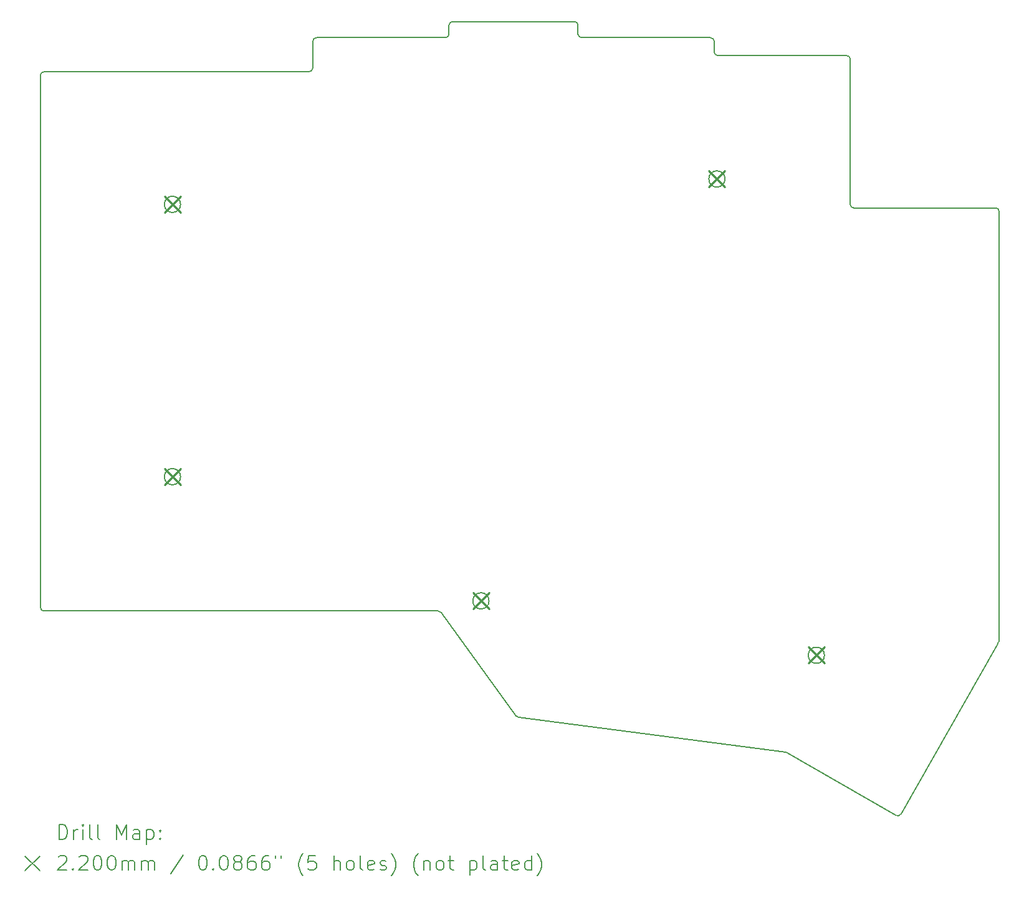
<source format=gbr>
%TF.GenerationSoftware,KiCad,Pcbnew,8.0.8+1*%
%TF.CreationDate,2025-03-02T13:34:37+00:00*%
%TF.ProjectId,backplate,6261636b-706c-4617-9465-2e6b69636164,0.2*%
%TF.SameCoordinates,Original*%
%TF.FileFunction,Drillmap*%
%TF.FilePolarity,Positive*%
%FSLAX45Y45*%
G04 Gerber Fmt 4.5, Leading zero omitted, Abs format (unit mm)*
G04 Created by KiCad (PCBNEW 8.0.8+1) date 2025-03-02 13:34:37*
%MOMM*%
%LPD*%
G01*
G04 APERTURE LIST*
%ADD10C,0.150000*%
%ADD11C,0.200000*%
%ADD12C,0.220000*%
G04 APERTURE END LIST*
D10*
X9131699Y-10849749D02*
X9131501Y-3622750D01*
X9181500Y-3572749D02*
X12781501Y-3572651D01*
X12831500Y-3522651D02*
X12831500Y-3160250D01*
X12881500Y-3110250D02*
X14631500Y-3110250D01*
X14681500Y-3060250D02*
X14681500Y-2940950D01*
X14731500Y-2890950D02*
X16384300Y-2890950D01*
X16434300Y-2940950D02*
X16434300Y-3060250D01*
X16484300Y-3110250D02*
X18234300Y-3110250D01*
X18284300Y-3160250D02*
X18284300Y-3303304D01*
X18334296Y-3353304D02*
X20084244Y-3353446D01*
X20134240Y-3403506D02*
X20131861Y-5372690D01*
X22125300Y-11363410D02*
X20821272Y-13657791D01*
X20752803Y-13676386D02*
X19277748Y-12824763D01*
X19259239Y-12818488D02*
X15625859Y-12342796D01*
X15591861Y-12322556D02*
X14575723Y-10920164D01*
X14535232Y-10899501D02*
X9181701Y-10899748D01*
X20181860Y-5422750D02*
X22106800Y-5422750D01*
X22156800Y-5472750D02*
X22156800Y-11295452D01*
X22150101Y-11320452D02*
X22125300Y-11363410D01*
X9131501Y-3622750D02*
G75*
G02*
X9181500Y-3572751I49999J0D01*
G01*
X12831500Y-3522651D02*
G75*
G02*
X12781501Y-3572650I-50000J1D01*
G01*
X12831500Y-3160250D02*
G75*
G02*
X12881500Y-3110250I50000J0D01*
G01*
X14681500Y-3060250D02*
G75*
G02*
X14631500Y-3110250I-50000J0D01*
G01*
X14681500Y-2940950D02*
G75*
G02*
X14731500Y-2890950I50000J0D01*
G01*
X16384300Y-2890950D02*
G75*
G02*
X16434300Y-2940950I0J-50000D01*
G01*
X16484300Y-3110250D02*
G75*
G02*
X16434300Y-3060250I0J50000D01*
G01*
X18234300Y-3110250D02*
G75*
G02*
X18284300Y-3160250I0J-50000D01*
G01*
X18334296Y-3353304D02*
G75*
G02*
X18284296Y-3303304I4J50004D01*
G01*
X20084244Y-3353446D02*
G75*
G02*
X20134244Y-3403506I-4J-50004D01*
G01*
X20181860Y-5422750D02*
G75*
G02*
X20131860Y-5372690I0J50000D01*
G01*
X22106800Y-5422750D02*
G75*
G02*
X22156800Y-5472750I0J-50000D01*
G01*
X22156800Y-11295452D02*
G75*
G02*
X22150100Y-11320452I-50000J3D01*
G01*
X20821272Y-13657791D02*
G75*
G02*
X20752802Y-13676388I-43472J24711D01*
G01*
X19259239Y-12818488D02*
G75*
G02*
X19277749Y-12824762I-6489J-49582D01*
G01*
X15625859Y-12342796D02*
G75*
G02*
X15591861Y-12322556I6491J49576D01*
G01*
X14535232Y-10899501D02*
G75*
G02*
X14575720Y-10920166I-2J-49999D01*
G01*
X9181701Y-10899748D02*
G75*
G02*
X9131702Y-10849749I-1J49998D01*
G01*
X11035000Y-5375000D02*
G75*
G02*
X10815000Y-5375000I-110000J0D01*
G01*
X10815000Y-5375000D02*
G75*
G02*
X11035000Y-5375000I110000J0D01*
G01*
X11035000Y-9075000D02*
G75*
G02*
X10815000Y-9075000I-110000J0D01*
G01*
X10815000Y-9075000D02*
G75*
G02*
X11035000Y-9075000I110000J0D01*
G01*
X18431800Y-5029850D02*
G75*
G02*
X18211800Y-5029850I-110000J0D01*
G01*
X18211800Y-5029850D02*
G75*
G02*
X18431800Y-5029850I110000J0D01*
G01*
X15225700Y-10761500D02*
G75*
G02*
X15005700Y-10761500I-110000J0D01*
G01*
X15005700Y-10761500D02*
G75*
G02*
X15225700Y-10761500I110000J0D01*
G01*
X19782460Y-11500675D02*
G75*
G02*
X19562460Y-11500675I-110000J0D01*
G01*
X19562460Y-11500675D02*
G75*
G02*
X19782460Y-11500675I110000J0D01*
G01*
D11*
D12*
X10815000Y-5265000D02*
X11035000Y-5485000D01*
X11035000Y-5265000D02*
X10815000Y-5485000D01*
X10815000Y-8965000D02*
X11035000Y-9185000D01*
X11035000Y-8965000D02*
X10815000Y-9185000D01*
X15005700Y-10651500D02*
X15225700Y-10871500D01*
X15225700Y-10651500D02*
X15005700Y-10871500D01*
X18211800Y-4919850D02*
X18431800Y-5139850D01*
X18431800Y-4919850D02*
X18211800Y-5139850D01*
X19562460Y-11390675D02*
X19782460Y-11610675D01*
X19782460Y-11390675D02*
X19562460Y-11610675D01*
D11*
X9384778Y-14002069D02*
X9384778Y-13802069D01*
X9384778Y-13802069D02*
X9432397Y-13802069D01*
X9432397Y-13802069D02*
X9460969Y-13811592D01*
X9460969Y-13811592D02*
X9480016Y-13830640D01*
X9480016Y-13830640D02*
X9489540Y-13849688D01*
X9489540Y-13849688D02*
X9499064Y-13887783D01*
X9499064Y-13887783D02*
X9499064Y-13916354D01*
X9499064Y-13916354D02*
X9489540Y-13954449D01*
X9489540Y-13954449D02*
X9480016Y-13973497D01*
X9480016Y-13973497D02*
X9460969Y-13992545D01*
X9460969Y-13992545D02*
X9432397Y-14002069D01*
X9432397Y-14002069D02*
X9384778Y-14002069D01*
X9584778Y-14002069D02*
X9584778Y-13868735D01*
X9584778Y-13906830D02*
X9594302Y-13887783D01*
X9594302Y-13887783D02*
X9603826Y-13878259D01*
X9603826Y-13878259D02*
X9622873Y-13868735D01*
X9622873Y-13868735D02*
X9641921Y-13868735D01*
X9708588Y-14002069D02*
X9708588Y-13868735D01*
X9708588Y-13802069D02*
X9699064Y-13811592D01*
X9699064Y-13811592D02*
X9708588Y-13821116D01*
X9708588Y-13821116D02*
X9718112Y-13811592D01*
X9718112Y-13811592D02*
X9708588Y-13802069D01*
X9708588Y-13802069D02*
X9708588Y-13821116D01*
X9832397Y-14002069D02*
X9813350Y-13992545D01*
X9813350Y-13992545D02*
X9803826Y-13973497D01*
X9803826Y-13973497D02*
X9803826Y-13802069D01*
X9937159Y-14002069D02*
X9918112Y-13992545D01*
X9918112Y-13992545D02*
X9908588Y-13973497D01*
X9908588Y-13973497D02*
X9908588Y-13802069D01*
X10165731Y-14002069D02*
X10165731Y-13802069D01*
X10165731Y-13802069D02*
X10232397Y-13944926D01*
X10232397Y-13944926D02*
X10299064Y-13802069D01*
X10299064Y-13802069D02*
X10299064Y-14002069D01*
X10480016Y-14002069D02*
X10480016Y-13897307D01*
X10480016Y-13897307D02*
X10470493Y-13878259D01*
X10470493Y-13878259D02*
X10451445Y-13868735D01*
X10451445Y-13868735D02*
X10413350Y-13868735D01*
X10413350Y-13868735D02*
X10394302Y-13878259D01*
X10480016Y-13992545D02*
X10460969Y-14002069D01*
X10460969Y-14002069D02*
X10413350Y-14002069D01*
X10413350Y-14002069D02*
X10394302Y-13992545D01*
X10394302Y-13992545D02*
X10384778Y-13973497D01*
X10384778Y-13973497D02*
X10384778Y-13954449D01*
X10384778Y-13954449D02*
X10394302Y-13935402D01*
X10394302Y-13935402D02*
X10413350Y-13925878D01*
X10413350Y-13925878D02*
X10460969Y-13925878D01*
X10460969Y-13925878D02*
X10480016Y-13916354D01*
X10575254Y-13868735D02*
X10575254Y-14068735D01*
X10575254Y-13878259D02*
X10594302Y-13868735D01*
X10594302Y-13868735D02*
X10632397Y-13868735D01*
X10632397Y-13868735D02*
X10651445Y-13878259D01*
X10651445Y-13878259D02*
X10660969Y-13887783D01*
X10660969Y-13887783D02*
X10670493Y-13906830D01*
X10670493Y-13906830D02*
X10670493Y-13963973D01*
X10670493Y-13963973D02*
X10660969Y-13983021D01*
X10660969Y-13983021D02*
X10651445Y-13992545D01*
X10651445Y-13992545D02*
X10632397Y-14002069D01*
X10632397Y-14002069D02*
X10594302Y-14002069D01*
X10594302Y-14002069D02*
X10575254Y-13992545D01*
X10756207Y-13983021D02*
X10765731Y-13992545D01*
X10765731Y-13992545D02*
X10756207Y-14002069D01*
X10756207Y-14002069D02*
X10746683Y-13992545D01*
X10746683Y-13992545D02*
X10756207Y-13983021D01*
X10756207Y-13983021D02*
X10756207Y-14002069D01*
X10756207Y-13878259D02*
X10765731Y-13887783D01*
X10765731Y-13887783D02*
X10756207Y-13897307D01*
X10756207Y-13897307D02*
X10746683Y-13887783D01*
X10746683Y-13887783D02*
X10756207Y-13878259D01*
X10756207Y-13878259D02*
X10756207Y-13897307D01*
X8924001Y-14230585D02*
X9124001Y-14430585D01*
X9124001Y-14230585D02*
X8924001Y-14430585D01*
X9375254Y-14241116D02*
X9384778Y-14231592D01*
X9384778Y-14231592D02*
X9403826Y-14222069D01*
X9403826Y-14222069D02*
X9451445Y-14222069D01*
X9451445Y-14222069D02*
X9470493Y-14231592D01*
X9470493Y-14231592D02*
X9480016Y-14241116D01*
X9480016Y-14241116D02*
X9489540Y-14260164D01*
X9489540Y-14260164D02*
X9489540Y-14279211D01*
X9489540Y-14279211D02*
X9480016Y-14307783D01*
X9480016Y-14307783D02*
X9365731Y-14422069D01*
X9365731Y-14422069D02*
X9489540Y-14422069D01*
X9575254Y-14403021D02*
X9584778Y-14412545D01*
X9584778Y-14412545D02*
X9575254Y-14422069D01*
X9575254Y-14422069D02*
X9565731Y-14412545D01*
X9565731Y-14412545D02*
X9575254Y-14403021D01*
X9575254Y-14403021D02*
X9575254Y-14422069D01*
X9660969Y-14241116D02*
X9670493Y-14231592D01*
X9670493Y-14231592D02*
X9689540Y-14222069D01*
X9689540Y-14222069D02*
X9737159Y-14222069D01*
X9737159Y-14222069D02*
X9756207Y-14231592D01*
X9756207Y-14231592D02*
X9765731Y-14241116D01*
X9765731Y-14241116D02*
X9775254Y-14260164D01*
X9775254Y-14260164D02*
X9775254Y-14279211D01*
X9775254Y-14279211D02*
X9765731Y-14307783D01*
X9765731Y-14307783D02*
X9651445Y-14422069D01*
X9651445Y-14422069D02*
X9775254Y-14422069D01*
X9899064Y-14222069D02*
X9918112Y-14222069D01*
X9918112Y-14222069D02*
X9937159Y-14231592D01*
X9937159Y-14231592D02*
X9946683Y-14241116D01*
X9946683Y-14241116D02*
X9956207Y-14260164D01*
X9956207Y-14260164D02*
X9965731Y-14298259D01*
X9965731Y-14298259D02*
X9965731Y-14345878D01*
X9965731Y-14345878D02*
X9956207Y-14383973D01*
X9956207Y-14383973D02*
X9946683Y-14403021D01*
X9946683Y-14403021D02*
X9937159Y-14412545D01*
X9937159Y-14412545D02*
X9918112Y-14422069D01*
X9918112Y-14422069D02*
X9899064Y-14422069D01*
X9899064Y-14422069D02*
X9880016Y-14412545D01*
X9880016Y-14412545D02*
X9870493Y-14403021D01*
X9870493Y-14403021D02*
X9860969Y-14383973D01*
X9860969Y-14383973D02*
X9851445Y-14345878D01*
X9851445Y-14345878D02*
X9851445Y-14298259D01*
X9851445Y-14298259D02*
X9860969Y-14260164D01*
X9860969Y-14260164D02*
X9870493Y-14241116D01*
X9870493Y-14241116D02*
X9880016Y-14231592D01*
X9880016Y-14231592D02*
X9899064Y-14222069D01*
X10089540Y-14222069D02*
X10108588Y-14222069D01*
X10108588Y-14222069D02*
X10127635Y-14231592D01*
X10127635Y-14231592D02*
X10137159Y-14241116D01*
X10137159Y-14241116D02*
X10146683Y-14260164D01*
X10146683Y-14260164D02*
X10156207Y-14298259D01*
X10156207Y-14298259D02*
X10156207Y-14345878D01*
X10156207Y-14345878D02*
X10146683Y-14383973D01*
X10146683Y-14383973D02*
X10137159Y-14403021D01*
X10137159Y-14403021D02*
X10127635Y-14412545D01*
X10127635Y-14412545D02*
X10108588Y-14422069D01*
X10108588Y-14422069D02*
X10089540Y-14422069D01*
X10089540Y-14422069D02*
X10070493Y-14412545D01*
X10070493Y-14412545D02*
X10060969Y-14403021D01*
X10060969Y-14403021D02*
X10051445Y-14383973D01*
X10051445Y-14383973D02*
X10041921Y-14345878D01*
X10041921Y-14345878D02*
X10041921Y-14298259D01*
X10041921Y-14298259D02*
X10051445Y-14260164D01*
X10051445Y-14260164D02*
X10060969Y-14241116D01*
X10060969Y-14241116D02*
X10070493Y-14231592D01*
X10070493Y-14231592D02*
X10089540Y-14222069D01*
X10241921Y-14422069D02*
X10241921Y-14288735D01*
X10241921Y-14307783D02*
X10251445Y-14298259D01*
X10251445Y-14298259D02*
X10270493Y-14288735D01*
X10270493Y-14288735D02*
X10299064Y-14288735D01*
X10299064Y-14288735D02*
X10318112Y-14298259D01*
X10318112Y-14298259D02*
X10327635Y-14317307D01*
X10327635Y-14317307D02*
X10327635Y-14422069D01*
X10327635Y-14317307D02*
X10337159Y-14298259D01*
X10337159Y-14298259D02*
X10356207Y-14288735D01*
X10356207Y-14288735D02*
X10384778Y-14288735D01*
X10384778Y-14288735D02*
X10403826Y-14298259D01*
X10403826Y-14298259D02*
X10413350Y-14317307D01*
X10413350Y-14317307D02*
X10413350Y-14422069D01*
X10508588Y-14422069D02*
X10508588Y-14288735D01*
X10508588Y-14307783D02*
X10518112Y-14298259D01*
X10518112Y-14298259D02*
X10537159Y-14288735D01*
X10537159Y-14288735D02*
X10565731Y-14288735D01*
X10565731Y-14288735D02*
X10584778Y-14298259D01*
X10584778Y-14298259D02*
X10594302Y-14317307D01*
X10594302Y-14317307D02*
X10594302Y-14422069D01*
X10594302Y-14317307D02*
X10603826Y-14298259D01*
X10603826Y-14298259D02*
X10622874Y-14288735D01*
X10622874Y-14288735D02*
X10651445Y-14288735D01*
X10651445Y-14288735D02*
X10670493Y-14298259D01*
X10670493Y-14298259D02*
X10680016Y-14317307D01*
X10680016Y-14317307D02*
X10680016Y-14422069D01*
X11070493Y-14212545D02*
X10899064Y-14469688D01*
X11327635Y-14222069D02*
X11346683Y-14222069D01*
X11346683Y-14222069D02*
X11365731Y-14231592D01*
X11365731Y-14231592D02*
X11375255Y-14241116D01*
X11375255Y-14241116D02*
X11384778Y-14260164D01*
X11384778Y-14260164D02*
X11394302Y-14298259D01*
X11394302Y-14298259D02*
X11394302Y-14345878D01*
X11394302Y-14345878D02*
X11384778Y-14383973D01*
X11384778Y-14383973D02*
X11375255Y-14403021D01*
X11375255Y-14403021D02*
X11365731Y-14412545D01*
X11365731Y-14412545D02*
X11346683Y-14422069D01*
X11346683Y-14422069D02*
X11327635Y-14422069D01*
X11327635Y-14422069D02*
X11308588Y-14412545D01*
X11308588Y-14412545D02*
X11299064Y-14403021D01*
X11299064Y-14403021D02*
X11289540Y-14383973D01*
X11289540Y-14383973D02*
X11280016Y-14345878D01*
X11280016Y-14345878D02*
X11280016Y-14298259D01*
X11280016Y-14298259D02*
X11289540Y-14260164D01*
X11289540Y-14260164D02*
X11299064Y-14241116D01*
X11299064Y-14241116D02*
X11308588Y-14231592D01*
X11308588Y-14231592D02*
X11327635Y-14222069D01*
X11480016Y-14403021D02*
X11489540Y-14412545D01*
X11489540Y-14412545D02*
X11480016Y-14422069D01*
X11480016Y-14422069D02*
X11470493Y-14412545D01*
X11470493Y-14412545D02*
X11480016Y-14403021D01*
X11480016Y-14403021D02*
X11480016Y-14422069D01*
X11613350Y-14222069D02*
X11632397Y-14222069D01*
X11632397Y-14222069D02*
X11651445Y-14231592D01*
X11651445Y-14231592D02*
X11660969Y-14241116D01*
X11660969Y-14241116D02*
X11670493Y-14260164D01*
X11670493Y-14260164D02*
X11680016Y-14298259D01*
X11680016Y-14298259D02*
X11680016Y-14345878D01*
X11680016Y-14345878D02*
X11670493Y-14383973D01*
X11670493Y-14383973D02*
X11660969Y-14403021D01*
X11660969Y-14403021D02*
X11651445Y-14412545D01*
X11651445Y-14412545D02*
X11632397Y-14422069D01*
X11632397Y-14422069D02*
X11613350Y-14422069D01*
X11613350Y-14422069D02*
X11594302Y-14412545D01*
X11594302Y-14412545D02*
X11584778Y-14403021D01*
X11584778Y-14403021D02*
X11575255Y-14383973D01*
X11575255Y-14383973D02*
X11565731Y-14345878D01*
X11565731Y-14345878D02*
X11565731Y-14298259D01*
X11565731Y-14298259D02*
X11575255Y-14260164D01*
X11575255Y-14260164D02*
X11584778Y-14241116D01*
X11584778Y-14241116D02*
X11594302Y-14231592D01*
X11594302Y-14231592D02*
X11613350Y-14222069D01*
X11794302Y-14307783D02*
X11775255Y-14298259D01*
X11775255Y-14298259D02*
X11765731Y-14288735D01*
X11765731Y-14288735D02*
X11756207Y-14269688D01*
X11756207Y-14269688D02*
X11756207Y-14260164D01*
X11756207Y-14260164D02*
X11765731Y-14241116D01*
X11765731Y-14241116D02*
X11775255Y-14231592D01*
X11775255Y-14231592D02*
X11794302Y-14222069D01*
X11794302Y-14222069D02*
X11832397Y-14222069D01*
X11832397Y-14222069D02*
X11851445Y-14231592D01*
X11851445Y-14231592D02*
X11860969Y-14241116D01*
X11860969Y-14241116D02*
X11870493Y-14260164D01*
X11870493Y-14260164D02*
X11870493Y-14269688D01*
X11870493Y-14269688D02*
X11860969Y-14288735D01*
X11860969Y-14288735D02*
X11851445Y-14298259D01*
X11851445Y-14298259D02*
X11832397Y-14307783D01*
X11832397Y-14307783D02*
X11794302Y-14307783D01*
X11794302Y-14307783D02*
X11775255Y-14317307D01*
X11775255Y-14317307D02*
X11765731Y-14326830D01*
X11765731Y-14326830D02*
X11756207Y-14345878D01*
X11756207Y-14345878D02*
X11756207Y-14383973D01*
X11756207Y-14383973D02*
X11765731Y-14403021D01*
X11765731Y-14403021D02*
X11775255Y-14412545D01*
X11775255Y-14412545D02*
X11794302Y-14422069D01*
X11794302Y-14422069D02*
X11832397Y-14422069D01*
X11832397Y-14422069D02*
X11851445Y-14412545D01*
X11851445Y-14412545D02*
X11860969Y-14403021D01*
X11860969Y-14403021D02*
X11870493Y-14383973D01*
X11870493Y-14383973D02*
X11870493Y-14345878D01*
X11870493Y-14345878D02*
X11860969Y-14326830D01*
X11860969Y-14326830D02*
X11851445Y-14317307D01*
X11851445Y-14317307D02*
X11832397Y-14307783D01*
X12041921Y-14222069D02*
X12003826Y-14222069D01*
X12003826Y-14222069D02*
X11984778Y-14231592D01*
X11984778Y-14231592D02*
X11975255Y-14241116D01*
X11975255Y-14241116D02*
X11956207Y-14269688D01*
X11956207Y-14269688D02*
X11946683Y-14307783D01*
X11946683Y-14307783D02*
X11946683Y-14383973D01*
X11946683Y-14383973D02*
X11956207Y-14403021D01*
X11956207Y-14403021D02*
X11965731Y-14412545D01*
X11965731Y-14412545D02*
X11984778Y-14422069D01*
X11984778Y-14422069D02*
X12022874Y-14422069D01*
X12022874Y-14422069D02*
X12041921Y-14412545D01*
X12041921Y-14412545D02*
X12051445Y-14403021D01*
X12051445Y-14403021D02*
X12060969Y-14383973D01*
X12060969Y-14383973D02*
X12060969Y-14336354D01*
X12060969Y-14336354D02*
X12051445Y-14317307D01*
X12051445Y-14317307D02*
X12041921Y-14307783D01*
X12041921Y-14307783D02*
X12022874Y-14298259D01*
X12022874Y-14298259D02*
X11984778Y-14298259D01*
X11984778Y-14298259D02*
X11965731Y-14307783D01*
X11965731Y-14307783D02*
X11956207Y-14317307D01*
X11956207Y-14317307D02*
X11946683Y-14336354D01*
X12232397Y-14222069D02*
X12194302Y-14222069D01*
X12194302Y-14222069D02*
X12175255Y-14231592D01*
X12175255Y-14231592D02*
X12165731Y-14241116D01*
X12165731Y-14241116D02*
X12146683Y-14269688D01*
X12146683Y-14269688D02*
X12137159Y-14307783D01*
X12137159Y-14307783D02*
X12137159Y-14383973D01*
X12137159Y-14383973D02*
X12146683Y-14403021D01*
X12146683Y-14403021D02*
X12156207Y-14412545D01*
X12156207Y-14412545D02*
X12175255Y-14422069D01*
X12175255Y-14422069D02*
X12213350Y-14422069D01*
X12213350Y-14422069D02*
X12232397Y-14412545D01*
X12232397Y-14412545D02*
X12241921Y-14403021D01*
X12241921Y-14403021D02*
X12251445Y-14383973D01*
X12251445Y-14383973D02*
X12251445Y-14336354D01*
X12251445Y-14336354D02*
X12241921Y-14317307D01*
X12241921Y-14317307D02*
X12232397Y-14307783D01*
X12232397Y-14307783D02*
X12213350Y-14298259D01*
X12213350Y-14298259D02*
X12175255Y-14298259D01*
X12175255Y-14298259D02*
X12156207Y-14307783D01*
X12156207Y-14307783D02*
X12146683Y-14317307D01*
X12146683Y-14317307D02*
X12137159Y-14336354D01*
X12327636Y-14222069D02*
X12327636Y-14260164D01*
X12403826Y-14222069D02*
X12403826Y-14260164D01*
X12699064Y-14498259D02*
X12689540Y-14488735D01*
X12689540Y-14488735D02*
X12670493Y-14460164D01*
X12670493Y-14460164D02*
X12660969Y-14441116D01*
X12660969Y-14441116D02*
X12651445Y-14412545D01*
X12651445Y-14412545D02*
X12641921Y-14364926D01*
X12641921Y-14364926D02*
X12641921Y-14326830D01*
X12641921Y-14326830D02*
X12651445Y-14279211D01*
X12651445Y-14279211D02*
X12660969Y-14250640D01*
X12660969Y-14250640D02*
X12670493Y-14231592D01*
X12670493Y-14231592D02*
X12689540Y-14203021D01*
X12689540Y-14203021D02*
X12699064Y-14193497D01*
X12870493Y-14222069D02*
X12775255Y-14222069D01*
X12775255Y-14222069D02*
X12765731Y-14317307D01*
X12765731Y-14317307D02*
X12775255Y-14307783D01*
X12775255Y-14307783D02*
X12794302Y-14298259D01*
X12794302Y-14298259D02*
X12841921Y-14298259D01*
X12841921Y-14298259D02*
X12860969Y-14307783D01*
X12860969Y-14307783D02*
X12870493Y-14317307D01*
X12870493Y-14317307D02*
X12880017Y-14336354D01*
X12880017Y-14336354D02*
X12880017Y-14383973D01*
X12880017Y-14383973D02*
X12870493Y-14403021D01*
X12870493Y-14403021D02*
X12860969Y-14412545D01*
X12860969Y-14412545D02*
X12841921Y-14422069D01*
X12841921Y-14422069D02*
X12794302Y-14422069D01*
X12794302Y-14422069D02*
X12775255Y-14412545D01*
X12775255Y-14412545D02*
X12765731Y-14403021D01*
X13118112Y-14422069D02*
X13118112Y-14222069D01*
X13203826Y-14422069D02*
X13203826Y-14317307D01*
X13203826Y-14317307D02*
X13194302Y-14298259D01*
X13194302Y-14298259D02*
X13175255Y-14288735D01*
X13175255Y-14288735D02*
X13146683Y-14288735D01*
X13146683Y-14288735D02*
X13127636Y-14298259D01*
X13127636Y-14298259D02*
X13118112Y-14307783D01*
X13327636Y-14422069D02*
X13308588Y-14412545D01*
X13308588Y-14412545D02*
X13299064Y-14403021D01*
X13299064Y-14403021D02*
X13289540Y-14383973D01*
X13289540Y-14383973D02*
X13289540Y-14326830D01*
X13289540Y-14326830D02*
X13299064Y-14307783D01*
X13299064Y-14307783D02*
X13308588Y-14298259D01*
X13308588Y-14298259D02*
X13327636Y-14288735D01*
X13327636Y-14288735D02*
X13356207Y-14288735D01*
X13356207Y-14288735D02*
X13375255Y-14298259D01*
X13375255Y-14298259D02*
X13384779Y-14307783D01*
X13384779Y-14307783D02*
X13394302Y-14326830D01*
X13394302Y-14326830D02*
X13394302Y-14383973D01*
X13394302Y-14383973D02*
X13384779Y-14403021D01*
X13384779Y-14403021D02*
X13375255Y-14412545D01*
X13375255Y-14412545D02*
X13356207Y-14422069D01*
X13356207Y-14422069D02*
X13327636Y-14422069D01*
X13508588Y-14422069D02*
X13489540Y-14412545D01*
X13489540Y-14412545D02*
X13480017Y-14393497D01*
X13480017Y-14393497D02*
X13480017Y-14222069D01*
X13660969Y-14412545D02*
X13641921Y-14422069D01*
X13641921Y-14422069D02*
X13603826Y-14422069D01*
X13603826Y-14422069D02*
X13584779Y-14412545D01*
X13584779Y-14412545D02*
X13575255Y-14393497D01*
X13575255Y-14393497D02*
X13575255Y-14317307D01*
X13575255Y-14317307D02*
X13584779Y-14298259D01*
X13584779Y-14298259D02*
X13603826Y-14288735D01*
X13603826Y-14288735D02*
X13641921Y-14288735D01*
X13641921Y-14288735D02*
X13660969Y-14298259D01*
X13660969Y-14298259D02*
X13670493Y-14317307D01*
X13670493Y-14317307D02*
X13670493Y-14336354D01*
X13670493Y-14336354D02*
X13575255Y-14355402D01*
X13746683Y-14412545D02*
X13765731Y-14422069D01*
X13765731Y-14422069D02*
X13803826Y-14422069D01*
X13803826Y-14422069D02*
X13822874Y-14412545D01*
X13822874Y-14412545D02*
X13832398Y-14393497D01*
X13832398Y-14393497D02*
X13832398Y-14383973D01*
X13832398Y-14383973D02*
X13822874Y-14364926D01*
X13822874Y-14364926D02*
X13803826Y-14355402D01*
X13803826Y-14355402D02*
X13775255Y-14355402D01*
X13775255Y-14355402D02*
X13756207Y-14345878D01*
X13756207Y-14345878D02*
X13746683Y-14326830D01*
X13746683Y-14326830D02*
X13746683Y-14317307D01*
X13746683Y-14317307D02*
X13756207Y-14298259D01*
X13756207Y-14298259D02*
X13775255Y-14288735D01*
X13775255Y-14288735D02*
X13803826Y-14288735D01*
X13803826Y-14288735D02*
X13822874Y-14298259D01*
X13899064Y-14498259D02*
X13908588Y-14488735D01*
X13908588Y-14488735D02*
X13927636Y-14460164D01*
X13927636Y-14460164D02*
X13937160Y-14441116D01*
X13937160Y-14441116D02*
X13946683Y-14412545D01*
X13946683Y-14412545D02*
X13956207Y-14364926D01*
X13956207Y-14364926D02*
X13956207Y-14326830D01*
X13956207Y-14326830D02*
X13946683Y-14279211D01*
X13946683Y-14279211D02*
X13937160Y-14250640D01*
X13937160Y-14250640D02*
X13927636Y-14231592D01*
X13927636Y-14231592D02*
X13908588Y-14203021D01*
X13908588Y-14203021D02*
X13899064Y-14193497D01*
X14260969Y-14498259D02*
X14251445Y-14488735D01*
X14251445Y-14488735D02*
X14232398Y-14460164D01*
X14232398Y-14460164D02*
X14222874Y-14441116D01*
X14222874Y-14441116D02*
X14213350Y-14412545D01*
X14213350Y-14412545D02*
X14203826Y-14364926D01*
X14203826Y-14364926D02*
X14203826Y-14326830D01*
X14203826Y-14326830D02*
X14213350Y-14279211D01*
X14213350Y-14279211D02*
X14222874Y-14250640D01*
X14222874Y-14250640D02*
X14232398Y-14231592D01*
X14232398Y-14231592D02*
X14251445Y-14203021D01*
X14251445Y-14203021D02*
X14260969Y-14193497D01*
X14337160Y-14288735D02*
X14337160Y-14422069D01*
X14337160Y-14307783D02*
X14346683Y-14298259D01*
X14346683Y-14298259D02*
X14365731Y-14288735D01*
X14365731Y-14288735D02*
X14394302Y-14288735D01*
X14394302Y-14288735D02*
X14413350Y-14298259D01*
X14413350Y-14298259D02*
X14422874Y-14317307D01*
X14422874Y-14317307D02*
X14422874Y-14422069D01*
X14546683Y-14422069D02*
X14527636Y-14412545D01*
X14527636Y-14412545D02*
X14518112Y-14403021D01*
X14518112Y-14403021D02*
X14508588Y-14383973D01*
X14508588Y-14383973D02*
X14508588Y-14326830D01*
X14508588Y-14326830D02*
X14518112Y-14307783D01*
X14518112Y-14307783D02*
X14527636Y-14298259D01*
X14527636Y-14298259D02*
X14546683Y-14288735D01*
X14546683Y-14288735D02*
X14575255Y-14288735D01*
X14575255Y-14288735D02*
X14594302Y-14298259D01*
X14594302Y-14298259D02*
X14603826Y-14307783D01*
X14603826Y-14307783D02*
X14613350Y-14326830D01*
X14613350Y-14326830D02*
X14613350Y-14383973D01*
X14613350Y-14383973D02*
X14603826Y-14403021D01*
X14603826Y-14403021D02*
X14594302Y-14412545D01*
X14594302Y-14412545D02*
X14575255Y-14422069D01*
X14575255Y-14422069D02*
X14546683Y-14422069D01*
X14670493Y-14288735D02*
X14746683Y-14288735D01*
X14699064Y-14222069D02*
X14699064Y-14393497D01*
X14699064Y-14393497D02*
X14708588Y-14412545D01*
X14708588Y-14412545D02*
X14727636Y-14422069D01*
X14727636Y-14422069D02*
X14746683Y-14422069D01*
X14965731Y-14288735D02*
X14965731Y-14488735D01*
X14965731Y-14298259D02*
X14984779Y-14288735D01*
X14984779Y-14288735D02*
X15022874Y-14288735D01*
X15022874Y-14288735D02*
X15041922Y-14298259D01*
X15041922Y-14298259D02*
X15051445Y-14307783D01*
X15051445Y-14307783D02*
X15060969Y-14326830D01*
X15060969Y-14326830D02*
X15060969Y-14383973D01*
X15060969Y-14383973D02*
X15051445Y-14403021D01*
X15051445Y-14403021D02*
X15041922Y-14412545D01*
X15041922Y-14412545D02*
X15022874Y-14422069D01*
X15022874Y-14422069D02*
X14984779Y-14422069D01*
X14984779Y-14422069D02*
X14965731Y-14412545D01*
X15175255Y-14422069D02*
X15156207Y-14412545D01*
X15156207Y-14412545D02*
X15146683Y-14393497D01*
X15146683Y-14393497D02*
X15146683Y-14222069D01*
X15337160Y-14422069D02*
X15337160Y-14317307D01*
X15337160Y-14317307D02*
X15327636Y-14298259D01*
X15327636Y-14298259D02*
X15308588Y-14288735D01*
X15308588Y-14288735D02*
X15270493Y-14288735D01*
X15270493Y-14288735D02*
X15251445Y-14298259D01*
X15337160Y-14412545D02*
X15318112Y-14422069D01*
X15318112Y-14422069D02*
X15270493Y-14422069D01*
X15270493Y-14422069D02*
X15251445Y-14412545D01*
X15251445Y-14412545D02*
X15241922Y-14393497D01*
X15241922Y-14393497D02*
X15241922Y-14374449D01*
X15241922Y-14374449D02*
X15251445Y-14355402D01*
X15251445Y-14355402D02*
X15270493Y-14345878D01*
X15270493Y-14345878D02*
X15318112Y-14345878D01*
X15318112Y-14345878D02*
X15337160Y-14336354D01*
X15403826Y-14288735D02*
X15480017Y-14288735D01*
X15432398Y-14222069D02*
X15432398Y-14393497D01*
X15432398Y-14393497D02*
X15441922Y-14412545D01*
X15441922Y-14412545D02*
X15460969Y-14422069D01*
X15460969Y-14422069D02*
X15480017Y-14422069D01*
X15622874Y-14412545D02*
X15603826Y-14422069D01*
X15603826Y-14422069D02*
X15565731Y-14422069D01*
X15565731Y-14422069D02*
X15546683Y-14412545D01*
X15546683Y-14412545D02*
X15537160Y-14393497D01*
X15537160Y-14393497D02*
X15537160Y-14317307D01*
X15537160Y-14317307D02*
X15546683Y-14298259D01*
X15546683Y-14298259D02*
X15565731Y-14288735D01*
X15565731Y-14288735D02*
X15603826Y-14288735D01*
X15603826Y-14288735D02*
X15622874Y-14298259D01*
X15622874Y-14298259D02*
X15632398Y-14317307D01*
X15632398Y-14317307D02*
X15632398Y-14336354D01*
X15632398Y-14336354D02*
X15537160Y-14355402D01*
X15803826Y-14422069D02*
X15803826Y-14222069D01*
X15803826Y-14412545D02*
X15784779Y-14422069D01*
X15784779Y-14422069D02*
X15746683Y-14422069D01*
X15746683Y-14422069D02*
X15727636Y-14412545D01*
X15727636Y-14412545D02*
X15718112Y-14403021D01*
X15718112Y-14403021D02*
X15708588Y-14383973D01*
X15708588Y-14383973D02*
X15708588Y-14326830D01*
X15708588Y-14326830D02*
X15718112Y-14307783D01*
X15718112Y-14307783D02*
X15727636Y-14298259D01*
X15727636Y-14298259D02*
X15746683Y-14288735D01*
X15746683Y-14288735D02*
X15784779Y-14288735D01*
X15784779Y-14288735D02*
X15803826Y-14298259D01*
X15880017Y-14498259D02*
X15889541Y-14488735D01*
X15889541Y-14488735D02*
X15908588Y-14460164D01*
X15908588Y-14460164D02*
X15918112Y-14441116D01*
X15918112Y-14441116D02*
X15927636Y-14412545D01*
X15927636Y-14412545D02*
X15937160Y-14364926D01*
X15937160Y-14364926D02*
X15937160Y-14326830D01*
X15937160Y-14326830D02*
X15927636Y-14279211D01*
X15927636Y-14279211D02*
X15918112Y-14250640D01*
X15918112Y-14250640D02*
X15908588Y-14231592D01*
X15908588Y-14231592D02*
X15889541Y-14203021D01*
X15889541Y-14203021D02*
X15880017Y-14193497D01*
M02*

</source>
